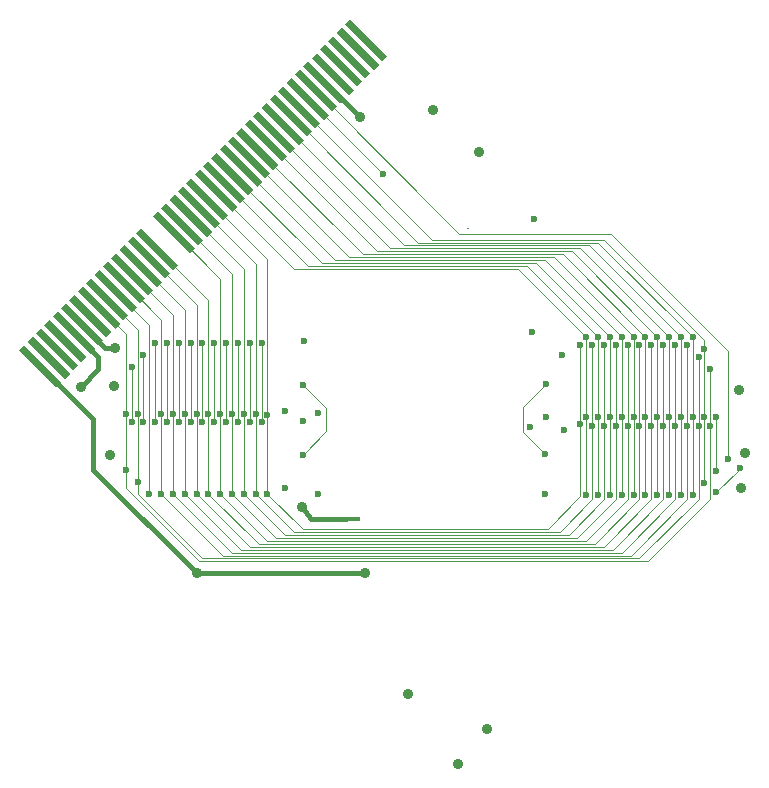
<source format=gbl>
G04 (created by PCBNEW-RS274X (2012-01-19 BZR 3256)-stable) date Wed Aug 28 15:53:45 2013*
G01*
G70*
G90*
%MOIN*%
G04 Gerber Fmt 3.4, Leading zero omitted, Abs format*
%FSLAX34Y34*%
G04 APERTURE LIST*
%ADD10C,0.006000*%
%ADD11R,0.093700X0.015000*%
%ADD12C,0.023600*%
%ADD13C,0.035000*%
%ADD14C,0.004000*%
%ADD15C,0.016000*%
G04 APERTURE END LIST*
G54D10*
G36*
X46736Y-18173D02*
X45497Y-16934D01*
X45666Y-16765D01*
X46905Y-18004D01*
X46736Y-18173D01*
X46736Y-18173D01*
G37*
G36*
X47014Y-17895D02*
X45775Y-16656D01*
X45944Y-16487D01*
X47183Y-17726D01*
X47014Y-17895D01*
X47014Y-17895D01*
G37*
G36*
X51190Y-13719D02*
X49951Y-12480D01*
X50120Y-12311D01*
X51359Y-13550D01*
X51190Y-13719D01*
X51190Y-13719D01*
G37*
G36*
X50912Y-13997D02*
X49673Y-12758D01*
X49842Y-12589D01*
X51081Y-13828D01*
X50912Y-13997D01*
X50912Y-13997D01*
G37*
G36*
X50634Y-14275D02*
X49395Y-13036D01*
X49564Y-12867D01*
X50803Y-14106D01*
X50634Y-14275D01*
X50634Y-14275D01*
G37*
G36*
X50355Y-14554D02*
X49116Y-13315D01*
X49285Y-13146D01*
X50524Y-14385D01*
X50355Y-14554D01*
X50355Y-14554D01*
G37*
G36*
X50077Y-14832D02*
X48838Y-13593D01*
X49007Y-13424D01*
X50246Y-14663D01*
X50077Y-14832D01*
X50077Y-14832D01*
G37*
G36*
X49519Y-15390D02*
X48280Y-14151D01*
X48449Y-13982D01*
X49688Y-15221D01*
X49519Y-15390D01*
X49519Y-15390D01*
G37*
G36*
X49242Y-15667D02*
X48003Y-14428D01*
X48172Y-14259D01*
X49411Y-15498D01*
X49242Y-15667D01*
X49242Y-15667D01*
G37*
G36*
X48963Y-15946D02*
X47724Y-14707D01*
X47893Y-14538D01*
X49132Y-15777D01*
X48963Y-15946D01*
X48963Y-15946D01*
G37*
G36*
X48684Y-16225D02*
X47445Y-14986D01*
X47614Y-14817D01*
X48853Y-16056D01*
X48684Y-16225D01*
X48684Y-16225D01*
G37*
G36*
X48406Y-16503D02*
X47167Y-15264D01*
X47336Y-15095D01*
X48575Y-16334D01*
X48406Y-16503D01*
X48406Y-16503D01*
G37*
G36*
X54809Y-10100D02*
X53570Y-08861D01*
X53739Y-08692D01*
X54978Y-09931D01*
X54809Y-10100D01*
X54809Y-10100D01*
G37*
G36*
X48128Y-16781D02*
X46889Y-15542D01*
X47058Y-15373D01*
X48297Y-16612D01*
X48128Y-16781D01*
X48128Y-16781D01*
G37*
G36*
X47849Y-17060D02*
X46610Y-15821D01*
X46779Y-15652D01*
X48018Y-16891D01*
X47849Y-17060D01*
X47849Y-17060D01*
G37*
G36*
X47571Y-17338D02*
X46332Y-16099D01*
X46501Y-15930D01*
X47740Y-17169D01*
X47571Y-17338D01*
X47571Y-17338D01*
G37*
G36*
X54531Y-10378D02*
X53292Y-09139D01*
X53461Y-08970D01*
X54700Y-10209D01*
X54531Y-10378D01*
X54531Y-10378D01*
G37*
G36*
X54252Y-10657D02*
X53013Y-09418D01*
X53182Y-09249D01*
X54421Y-10488D01*
X54252Y-10657D01*
X54252Y-10657D01*
G37*
G36*
X53974Y-10935D02*
X52735Y-09696D01*
X52904Y-09527D01*
X54143Y-10766D01*
X53974Y-10935D01*
X53974Y-10935D01*
G37*
G36*
X53696Y-11213D02*
X52457Y-09974D01*
X52626Y-09805D01*
X53865Y-11044D01*
X53696Y-11213D01*
X53696Y-11213D01*
G37*
G36*
X53417Y-11492D02*
X52178Y-10253D01*
X52347Y-10084D01*
X53586Y-11323D01*
X53417Y-11492D01*
X53417Y-11492D01*
G37*
G36*
X53139Y-11770D02*
X51900Y-10531D01*
X52069Y-10362D01*
X53308Y-11601D01*
X53139Y-11770D01*
X53139Y-11770D01*
G37*
G36*
X52860Y-12049D02*
X51621Y-10810D01*
X51790Y-10641D01*
X53029Y-11880D01*
X52860Y-12049D01*
X52860Y-12049D01*
G37*
G36*
X52582Y-12327D02*
X51343Y-11088D01*
X51512Y-10919D01*
X52751Y-12158D01*
X52582Y-12327D01*
X52582Y-12327D01*
G37*
G36*
X52303Y-12606D02*
X51064Y-11367D01*
X51233Y-11198D01*
X52472Y-12437D01*
X52303Y-12606D01*
X52303Y-12606D01*
G37*
G36*
X52025Y-12884D02*
X50786Y-11645D01*
X50955Y-11476D01*
X52194Y-12715D01*
X52025Y-12884D01*
X52025Y-12884D01*
G37*
G36*
X51747Y-13162D02*
X50508Y-11923D01*
X50677Y-11754D01*
X51916Y-12993D01*
X51747Y-13162D01*
X51747Y-13162D01*
G37*
G36*
X51469Y-13440D02*
X50230Y-12201D01*
X50399Y-12032D01*
X51638Y-13271D01*
X51469Y-13440D01*
X51469Y-13440D01*
G37*
G36*
X47293Y-17616D02*
X46054Y-16377D01*
X46223Y-16208D01*
X47462Y-17447D01*
X47293Y-17616D01*
X47293Y-17616D01*
G37*
G36*
X56479Y-08430D02*
X55240Y-07191D01*
X55409Y-07022D01*
X56648Y-08261D01*
X56479Y-08430D01*
X56479Y-08430D01*
G37*
G36*
X55644Y-09265D02*
X54405Y-08026D01*
X54574Y-07857D01*
X55813Y-09096D01*
X55644Y-09265D01*
X55644Y-09265D01*
G37*
G36*
X55923Y-08986D02*
X54684Y-07747D01*
X54853Y-07578D01*
X56092Y-08817D01*
X55923Y-08986D01*
X55923Y-08986D01*
G37*
G36*
X56201Y-08708D02*
X54962Y-07469D01*
X55131Y-07300D01*
X56370Y-08539D01*
X56201Y-08708D01*
X56201Y-08708D01*
G37*
G36*
X45623Y-19286D02*
X44384Y-18047D01*
X44553Y-17878D01*
X45792Y-19117D01*
X45623Y-19286D01*
X45623Y-19286D01*
G37*
G36*
X55366Y-09543D02*
X54127Y-08304D01*
X54296Y-08135D01*
X55535Y-09374D01*
X55366Y-09543D01*
X55366Y-09543D01*
G37*
G36*
X55088Y-09821D02*
X53849Y-08582D01*
X54018Y-08413D01*
X55257Y-09652D01*
X55088Y-09821D01*
X55088Y-09821D01*
G37*
G36*
X46458Y-18451D02*
X45219Y-17212D01*
X45388Y-17043D01*
X46627Y-18282D01*
X46458Y-18451D01*
X46458Y-18451D01*
G37*
G36*
X46179Y-18730D02*
X44940Y-17491D01*
X45109Y-17322D01*
X46348Y-18561D01*
X46179Y-18730D01*
X46179Y-18730D01*
G37*
G36*
X45900Y-19009D02*
X44661Y-17770D01*
X44830Y-17601D01*
X46069Y-18840D01*
X45900Y-19009D01*
X45900Y-19009D01*
G37*
G54D11*
X55271Y-23689D03*
G54D12*
X67224Y-20295D03*
X48524Y-18209D03*
X48524Y-20453D03*
X67224Y-22480D03*
X67224Y-18012D03*
X48917Y-20453D03*
X48917Y-17815D03*
X66831Y-22874D03*
X66831Y-17618D03*
X66831Y-20295D03*
X68400Y-22000D03*
X67618Y-22800D03*
X56511Y-12189D03*
X48130Y-20453D03*
X48130Y-18602D03*
X67618Y-20295D03*
X67618Y-22087D03*
X49311Y-17815D03*
X49311Y-20453D03*
X66437Y-20295D03*
X66437Y-17618D03*
X66437Y-22874D03*
X65846Y-17894D03*
X65846Y-20571D03*
X49902Y-20177D03*
X49902Y-22835D03*
X65059Y-17894D03*
X65059Y-20571D03*
X50689Y-20177D03*
X50689Y-22835D03*
G54D13*
X58169Y-10059D03*
X55748Y-10295D03*
G54D12*
X53878Y-17756D03*
X53858Y-20433D03*
X61909Y-22854D03*
X61550Y-13700D03*
X61929Y-20295D03*
G54D13*
X68445Y-22657D03*
X68583Y-21476D03*
X57343Y-29528D03*
X47559Y-19252D03*
G54D12*
X63878Y-17894D03*
X63878Y-20571D03*
X51870Y-20177D03*
X51870Y-22835D03*
X64272Y-17894D03*
X64272Y-20571D03*
X51476Y-20177D03*
X51476Y-22835D03*
X63287Y-20295D03*
X63287Y-22874D03*
X52461Y-20453D03*
X52461Y-17815D03*
X63287Y-17618D03*
X63091Y-17894D03*
X63091Y-20531D03*
X52657Y-22835D03*
X52657Y-20217D03*
X65453Y-20571D03*
X50295Y-20177D03*
X50295Y-22835D03*
X65453Y-17894D03*
X48720Y-22835D03*
X66634Y-20571D03*
X49114Y-22835D03*
X49114Y-20177D03*
X66634Y-17894D03*
X68012Y-21693D03*
X53858Y-21535D03*
X53858Y-19232D03*
X61929Y-19193D03*
X61909Y-21516D03*
X48327Y-20177D03*
X48327Y-22441D03*
X67028Y-20571D03*
X67028Y-18287D03*
X47933Y-20177D03*
X47933Y-22047D03*
X67421Y-20571D03*
X67421Y-18681D03*
X63484Y-17894D03*
X63484Y-20571D03*
X52264Y-20177D03*
X52264Y-22835D03*
X65256Y-20295D03*
X65256Y-22874D03*
X50492Y-17815D03*
X50492Y-20453D03*
X65256Y-17618D03*
X65650Y-20295D03*
X65650Y-22874D03*
X50098Y-20453D03*
X50098Y-17815D03*
X65650Y-17618D03*
X66043Y-20295D03*
X66043Y-22874D03*
X49705Y-17815D03*
X49705Y-20453D03*
X66043Y-17618D03*
X64469Y-20295D03*
X64469Y-22874D03*
X51280Y-17815D03*
X51280Y-20453D03*
X64469Y-17618D03*
X64862Y-20295D03*
X64862Y-22874D03*
X50886Y-20453D03*
X50886Y-17815D03*
X64862Y-17618D03*
X63681Y-20295D03*
X63681Y-22874D03*
X52067Y-17815D03*
X52067Y-20453D03*
X63681Y-17618D03*
X64075Y-20295D03*
X64075Y-22874D03*
X51673Y-17815D03*
X51673Y-20453D03*
X64075Y-17618D03*
X64665Y-17894D03*
X64665Y-20571D03*
X51083Y-20177D03*
X51083Y-22835D03*
X61476Y-17461D03*
G54D13*
X46437Y-19272D03*
X47421Y-21535D03*
X59016Y-31850D03*
G54D12*
X54331Y-22835D03*
X54331Y-20157D03*
X61417Y-20630D03*
G54D13*
X53800Y-23300D03*
X55906Y-25492D03*
X50295Y-25492D03*
X47579Y-17972D03*
X68386Y-19370D03*
X59724Y-11457D03*
G54D12*
X53248Y-22638D03*
X53248Y-20079D03*
X62539Y-20728D03*
X62480Y-18209D03*
G54D13*
X59961Y-30689D03*
G54D12*
X66240Y-20571D03*
X49508Y-20177D03*
X49508Y-22835D03*
X66240Y-17894D03*
G54D14*
X59325Y-13975D02*
X59350Y-13975D01*
X67224Y-20295D02*
X67224Y-22480D01*
X67224Y-20295D02*
X67224Y-20276D01*
X48524Y-18209D02*
X48524Y-20453D01*
X53717Y-09953D02*
X58134Y-14370D01*
X67224Y-17716D02*
X67224Y-18012D01*
X63878Y-14370D02*
X67224Y-17716D01*
X58134Y-14370D02*
X63878Y-14370D01*
X67224Y-20295D02*
X67224Y-18012D01*
X66831Y-20295D02*
X66812Y-20276D01*
X66812Y-20276D02*
X66811Y-20276D01*
X48917Y-17815D02*
X48917Y-20453D01*
X66831Y-20295D02*
X66831Y-22874D01*
X66831Y-20295D02*
X66831Y-17618D01*
X57677Y-14469D02*
X63682Y-14469D01*
X63682Y-14469D02*
X66831Y-17618D01*
X53439Y-10231D02*
X57677Y-14469D01*
X68400Y-22018D02*
X68400Y-22000D01*
X68400Y-22018D02*
X67618Y-22800D01*
X53996Y-09674D02*
X56511Y-12189D01*
X48130Y-18602D02*
X48130Y-20453D01*
X67618Y-20295D02*
X67618Y-22087D01*
X49311Y-17815D02*
X49311Y-20453D01*
X66418Y-20276D02*
X66417Y-20276D01*
X66437Y-20295D02*
X66418Y-20276D01*
X53161Y-10509D02*
X57219Y-14567D01*
X63386Y-14567D02*
X66437Y-17618D01*
X57219Y-14567D02*
X63386Y-14567D01*
X66437Y-20295D02*
X66437Y-17618D01*
X66437Y-20295D02*
X66437Y-22874D01*
X65846Y-17894D02*
X65846Y-20571D01*
X49902Y-20177D02*
X49902Y-22835D01*
X48428Y-15242D02*
X49902Y-16716D01*
X49902Y-16716D02*
X49902Y-20177D01*
X65846Y-20571D02*
X65846Y-23032D01*
X51772Y-24705D02*
X49902Y-22835D01*
X64173Y-24705D02*
X51772Y-24705D01*
X65846Y-23032D02*
X64173Y-24705D01*
X65059Y-17894D02*
X65059Y-20571D01*
X50689Y-20177D02*
X50689Y-22835D01*
X48984Y-14686D02*
X50689Y-16391D01*
X50689Y-16391D02*
X50689Y-20177D01*
X65059Y-20571D02*
X65059Y-23031D01*
X52362Y-24508D02*
X50689Y-22835D01*
X63582Y-24508D02*
X52362Y-24508D01*
X65059Y-23031D02*
X63582Y-24508D01*
G54D15*
X54553Y-09117D02*
X55731Y-10295D01*
X55731Y-10295D02*
X55748Y-10295D01*
G54D14*
X63878Y-17894D02*
X63878Y-20571D01*
X51870Y-20177D02*
X51870Y-22835D01*
X50099Y-13571D02*
X51870Y-15342D01*
X51870Y-15342D02*
X51870Y-20177D01*
X63878Y-20571D02*
X63878Y-23031D01*
X53248Y-24213D02*
X51870Y-22835D01*
X62696Y-24213D02*
X53248Y-24213D01*
X63878Y-23031D02*
X62696Y-24213D01*
X64272Y-17894D02*
X64272Y-20571D01*
X51476Y-20177D02*
X51476Y-22835D01*
X49820Y-13850D02*
X51476Y-15506D01*
X51476Y-15506D02*
X51476Y-20177D01*
X64272Y-20571D02*
X64272Y-23031D01*
X52952Y-24311D02*
X51476Y-22835D01*
X62992Y-24311D02*
X52952Y-24311D01*
X64272Y-23031D02*
X62992Y-24311D01*
X52461Y-17815D02*
X52461Y-20453D01*
X50934Y-12736D02*
X53552Y-15354D01*
X61023Y-15354D02*
X63287Y-17618D01*
X53552Y-15354D02*
X61023Y-15354D01*
X63287Y-20295D02*
X63287Y-17618D01*
X63287Y-20295D02*
X63287Y-22874D01*
X63091Y-17894D02*
X63091Y-20531D01*
X52657Y-20217D02*
X52657Y-22835D01*
X50655Y-13015D02*
X52657Y-15017D01*
X52657Y-15017D02*
X52657Y-20217D01*
X52657Y-22835D02*
X53838Y-24016D01*
X63091Y-22932D02*
X63091Y-20531D01*
X62007Y-24016D02*
X63091Y-22932D01*
X53838Y-24016D02*
X62007Y-24016D01*
X50295Y-20177D02*
X50295Y-22835D01*
X65453Y-17894D02*
X65453Y-20571D01*
X65453Y-23031D02*
X63878Y-24606D01*
X63878Y-24606D02*
X52066Y-24606D01*
X52066Y-24606D02*
X50295Y-22835D01*
X65453Y-20571D02*
X65453Y-23031D01*
X50295Y-16551D02*
X50295Y-20177D01*
X48707Y-14963D02*
X50295Y-16551D01*
X48720Y-22835D02*
X48720Y-17204D01*
X48720Y-17204D02*
X47593Y-16077D01*
X66634Y-20571D02*
X66614Y-20571D01*
X49114Y-20177D02*
X49114Y-22835D01*
X66634Y-20571D02*
X66634Y-17894D01*
X66634Y-23032D02*
X64764Y-24902D01*
X64764Y-24902D02*
X51181Y-24902D01*
X51181Y-24902D02*
X49114Y-22835D01*
X66634Y-20571D02*
X66634Y-23032D01*
X49114Y-17042D02*
X49114Y-20177D01*
X47871Y-15799D02*
X49114Y-17042D01*
X68012Y-18071D02*
X64114Y-14173D01*
X64114Y-14173D02*
X59051Y-14173D01*
X59051Y-14173D02*
X54274Y-09396D01*
X68012Y-21693D02*
X68012Y-18071D01*
X53858Y-21535D02*
X54626Y-20767D01*
X54626Y-20767D02*
X54626Y-20000D01*
X54626Y-20000D02*
X53858Y-19232D01*
X61929Y-19193D02*
X61161Y-19961D01*
X61161Y-19961D02*
X61161Y-20768D01*
X61161Y-20768D02*
X61909Y-21516D01*
X50492Y-25000D02*
X48327Y-22835D01*
X65059Y-25000D02*
X50492Y-25000D01*
X67028Y-23031D02*
X65059Y-25000D01*
X48327Y-20177D02*
X48327Y-22441D01*
X67028Y-18287D02*
X67028Y-20571D01*
X47314Y-16356D02*
X48327Y-17369D01*
X48327Y-17369D02*
X48327Y-20177D01*
X67028Y-20571D02*
X67028Y-23031D01*
X48327Y-22835D02*
X48327Y-22441D01*
X50393Y-25098D02*
X47933Y-22638D01*
X65355Y-25098D02*
X50393Y-25098D01*
X67421Y-23032D02*
X65355Y-25098D01*
X47933Y-20177D02*
X47933Y-22047D01*
X67421Y-18681D02*
X67421Y-20571D01*
X47036Y-16634D02*
X47933Y-17531D01*
X47933Y-17531D02*
X47933Y-20177D01*
X67421Y-20571D02*
X67421Y-23032D01*
X47933Y-22638D02*
X47933Y-22047D01*
X63484Y-17894D02*
X63484Y-20571D01*
X52264Y-20177D02*
X52264Y-22835D01*
X50377Y-13293D02*
X52264Y-15180D01*
X52264Y-15180D02*
X52264Y-20177D01*
X63484Y-20571D02*
X63484Y-23032D01*
X53543Y-24114D02*
X52264Y-22835D01*
X62402Y-24114D02*
X53543Y-24114D01*
X63484Y-23032D02*
X62402Y-24114D01*
X50492Y-17815D02*
X50492Y-20453D01*
X52325Y-11345D02*
X55842Y-14862D01*
X62500Y-14862D02*
X65256Y-17618D01*
X55842Y-14862D02*
X62500Y-14862D01*
X65256Y-20295D02*
X65256Y-17618D01*
X65256Y-20295D02*
X65256Y-22874D01*
X50098Y-17815D02*
X50098Y-20453D01*
X52604Y-11066D02*
X56302Y-14764D01*
X62796Y-14764D02*
X65650Y-17618D01*
X56302Y-14764D02*
X62796Y-14764D01*
X65650Y-20295D02*
X65650Y-17618D01*
X65650Y-20295D02*
X65650Y-22874D01*
X49705Y-17815D02*
X49705Y-20453D01*
X52882Y-10788D02*
X56759Y-14665D01*
X63090Y-14665D02*
X66043Y-17618D01*
X56759Y-14665D02*
X63090Y-14665D01*
X66043Y-20295D02*
X66043Y-17618D01*
X66043Y-20295D02*
X66043Y-22874D01*
X64469Y-20295D02*
X64469Y-22874D01*
X51280Y-17815D02*
X51280Y-20453D01*
X51768Y-11902D02*
X54925Y-15059D01*
X61910Y-15059D02*
X64469Y-17618D01*
X54925Y-15059D02*
X61910Y-15059D01*
X64469Y-20295D02*
X64469Y-17618D01*
X50886Y-17815D02*
X50886Y-20453D01*
X52047Y-11623D02*
X55385Y-14961D01*
X62205Y-14961D02*
X64862Y-17618D01*
X55385Y-14961D02*
X62205Y-14961D01*
X64862Y-20295D02*
X64862Y-17618D01*
X64862Y-20295D02*
X64862Y-22874D01*
X52067Y-17815D02*
X52067Y-20453D01*
X51212Y-12458D02*
X54010Y-15256D01*
X61319Y-15256D02*
X63681Y-17618D01*
X54010Y-15256D02*
X61319Y-15256D01*
X63681Y-20295D02*
X63681Y-17618D01*
X63681Y-20295D02*
X63681Y-22874D01*
X51673Y-17815D02*
X51673Y-20453D01*
X51490Y-12180D02*
X54467Y-15157D01*
X61614Y-15157D02*
X64075Y-17618D01*
X54467Y-15157D02*
X61614Y-15157D01*
X64075Y-20295D02*
X64075Y-17618D01*
X64075Y-20295D02*
X64075Y-22874D01*
X64665Y-17894D02*
X64665Y-20571D01*
X51083Y-20177D02*
X51083Y-22835D01*
X49542Y-14128D02*
X51083Y-15669D01*
X51083Y-15669D02*
X51083Y-20177D01*
X64665Y-20571D02*
X64665Y-23032D01*
X52657Y-24409D02*
X51083Y-22835D01*
X63288Y-24409D02*
X52657Y-24409D01*
X64665Y-23032D02*
X63288Y-24409D01*
G54D15*
X46201Y-17469D02*
X47008Y-18276D01*
X47008Y-18701D02*
X46437Y-19272D01*
X47008Y-18276D02*
X47008Y-18701D01*
X55271Y-23689D02*
X54122Y-23689D01*
X53800Y-23300D02*
X54122Y-23689D01*
X55906Y-25492D02*
X50295Y-25492D01*
X46850Y-22047D02*
X46850Y-20344D01*
X46850Y-20344D02*
X45088Y-18582D01*
X50295Y-25492D02*
X46850Y-22047D01*
X46479Y-17191D02*
X47260Y-17972D01*
X47260Y-17972D02*
X47579Y-17972D01*
G54D14*
X49508Y-20177D02*
X49508Y-22835D01*
X66240Y-17894D02*
X66240Y-20571D01*
X66240Y-23032D02*
X64469Y-24803D01*
X64469Y-24803D02*
X51476Y-24803D01*
X51476Y-24803D02*
X49508Y-22835D01*
X66240Y-20571D02*
X66240Y-23032D01*
X49508Y-16880D02*
X49508Y-20177D01*
X48149Y-15521D02*
X49508Y-16880D01*
M02*

</source>
